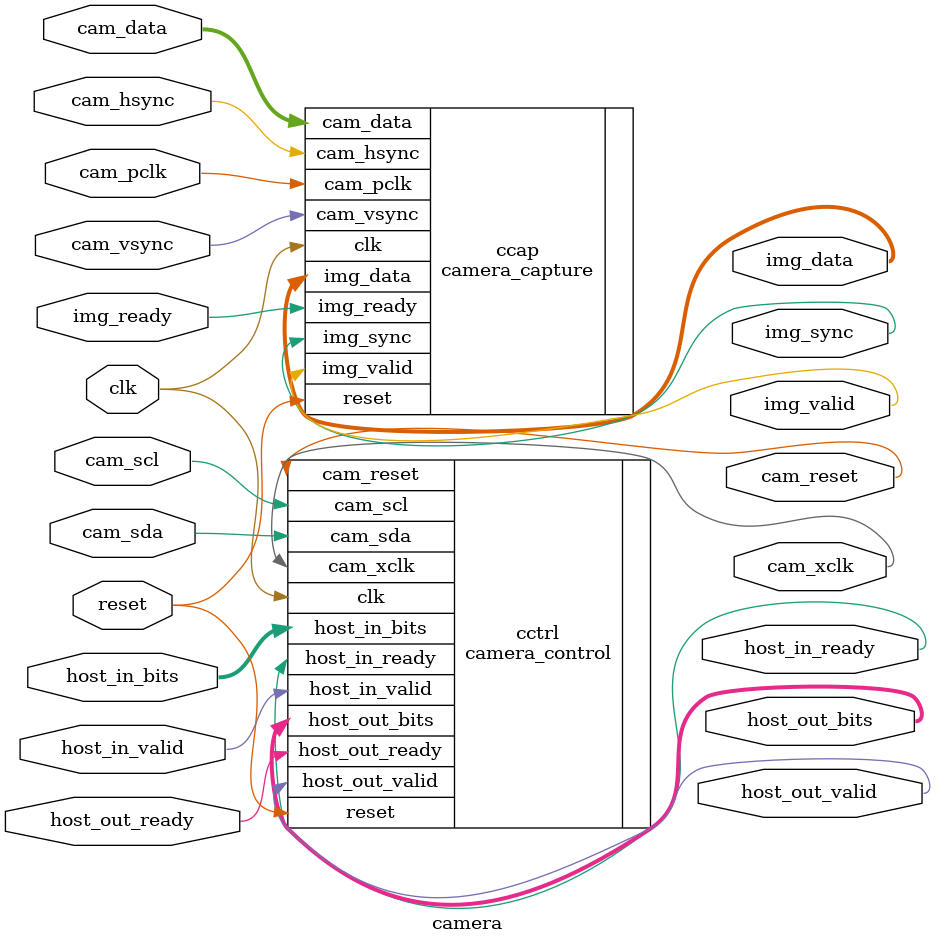
<source format=v>
module camera(
  input clk,
  input reset,

  // User Image output
  input img_ready,
  output img_valid,
  output img_sync,
  output [15:0] img_data,
  
  // I2CStream Control
  output host_in_ready,
  input  host_in_valid,
  input [7:0] host_in_bits,
  
  input  host_out_ready,
  output host_out_valid,
  output[7:0] host_out_bits,

  // Camera IO
  output cam_reset,
  output cam_xclk,
  
  inout cam_scl,
  inout cam_sda,
  
  input cam_pclk,
  input cam_vsync,
  input cam_hsync,
  input [7:0] cam_data
);

camera_control cctrl(
  .clk(clk),
  .reset(reset),

  .host_in_ready(host_in_ready),
  .host_in_valid(host_in_valid),
  .host_in_bits(host_in_bits),
  
  .host_out_ready(host_out_ready),
  .host_out_valid(host_out_valid),
  .host_out_bits(host_out_bits),
  
  .cam_reset(cam_reset),
  .cam_xclk(cam_xclk),
  
  .cam_scl(cam_scl),
  .cam_sda(cam_sda)
);

camera_capture ccap(
  .clk(clk),
  .reset(reset),

  .img_ready(img_ready),
  .img_valid(img_valid),
  .img_sync(img_sync),
  .img_data(img_data),

  .cam_pclk(cam_pclk),
  .cam_vsync(cam_vsync),
  .cam_hsync(cam_hsync),
  .cam_data(cam_data)
);
endmodule

</source>
